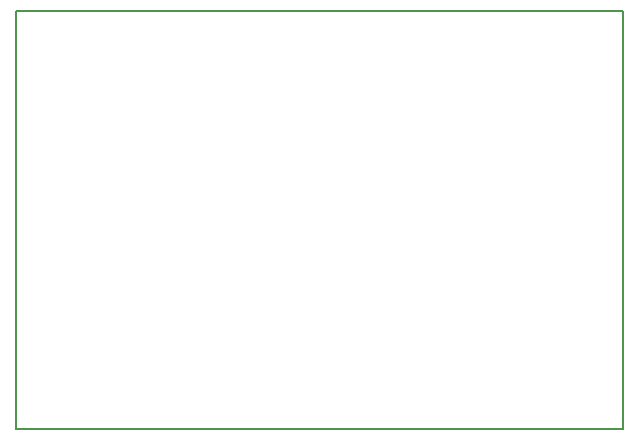
<source format=gbo>
G04 MADE WITH FRITZING*
G04 WWW.FRITZING.ORG*
G04 DOUBLE SIDED*
G04 HOLES PLATED*
G04 CONTOUR ON CENTER OF CONTOUR VECTOR*
%ASAXBY*%
%FSLAX23Y23*%
%MOIN*%
%OFA0B0*%
%SFA1.0B1.0*%
%ADD10R,2.031150X1.402200X2.015150X1.386200*%
%ADD11C,0.008000*%
%LNSILK0*%
G90*
G70*
G54D11*
X4Y1398D02*
X2027Y1398D01*
X2027Y4D01*
X4Y4D01*
X4Y1398D01*
D02*
G04 End of Silk0*
M02*
</source>
